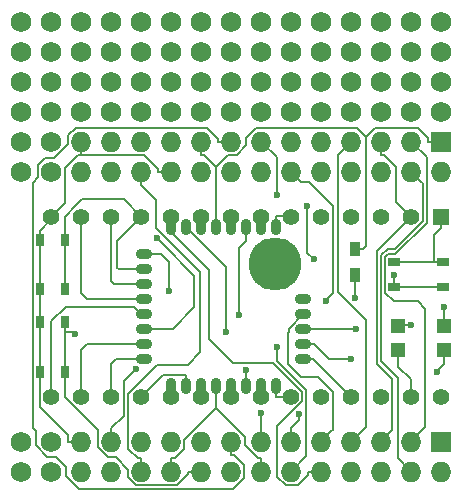
<source format=gtl>
G04 #@! TF.FileFunction,Copper,L1,Top,Signal*
%FSLAX46Y46*%
G04 Gerber Fmt 4.6, Leading zero omitted, Abs format (unit mm)*
G04 Created by KiCad (PCBNEW 4.0.2-stable) date 2016/05/22 12:46:19*
%MOMM*%
G01*
G04 APERTURE LIST*
%ADD10C,0.100000*%
%ADD11C,1.727200*%
%ADD12R,1.727200X1.727200*%
%ADD13O,1.727200X1.727200*%
%ADD14R,1.050000X0.650000*%
%ADD15R,0.650000X1.050000*%
%ADD16R,0.900000X1.200000*%
%ADD17R,1.397000X1.397000*%
%ADD18C,1.397000*%
%ADD19O,0.899160X1.400000*%
%ADD20O,0.900000X1.400000*%
%ADD21O,1.400000X0.900000*%
%ADD22O,1.400000X0.899160*%
%ADD23O,4.500000X4.500000*%
%ADD24R,1.198880X1.198880*%
%ADD25C,0.600000*%
%ADD26C,0.180000*%
G04 APERTURE END LIST*
D10*
D11*
X132080000Y-119126000D03*
X129540000Y-119126000D03*
X132080000Y-116586000D03*
X129540000Y-116586000D03*
X132080000Y-93726000D03*
X129540000Y-93726000D03*
X132080000Y-91186000D03*
X129540000Y-91186000D03*
X165100000Y-88646000D03*
X162560000Y-88646000D03*
X160020000Y-88646000D03*
X157480000Y-88646000D03*
X154940000Y-88646000D03*
X152400000Y-88646000D03*
X149860000Y-88646000D03*
X147320000Y-88646000D03*
X144780000Y-88646000D03*
X142240000Y-88646000D03*
X139700000Y-88646000D03*
X137160000Y-88646000D03*
X134620000Y-88646000D03*
X132080000Y-88646000D03*
X129540000Y-88646000D03*
X165100000Y-86106000D03*
X162560000Y-86106000D03*
X160020000Y-86106000D03*
X157480000Y-86106000D03*
X154940000Y-86106000D03*
X152400000Y-86106000D03*
X149860000Y-86106000D03*
X147320000Y-86106000D03*
X144780000Y-86106000D03*
X142240000Y-86106000D03*
X139700000Y-86106000D03*
X137160000Y-86106000D03*
X134620000Y-86106000D03*
X132080000Y-86106000D03*
X129540000Y-86106000D03*
X165100000Y-83566000D03*
X162560000Y-83566000D03*
X160020000Y-83566000D03*
X157480000Y-83566000D03*
X154940000Y-83566000D03*
X152400000Y-83566000D03*
X149860000Y-83566000D03*
X147320000Y-83566000D03*
X144780000Y-83566000D03*
X142240000Y-83566000D03*
X139700000Y-83566000D03*
X137160000Y-83566000D03*
X134620000Y-83566000D03*
X132080000Y-83566000D03*
X129540000Y-83566000D03*
X165100000Y-81026000D03*
X162560000Y-81026000D03*
X160020000Y-81026000D03*
X157480000Y-81026000D03*
X154940000Y-81026000D03*
X152400000Y-81026000D03*
X149860000Y-81026000D03*
X147320000Y-81026000D03*
X144780000Y-81026000D03*
X142240000Y-81026000D03*
X139700000Y-81026000D03*
X137160000Y-81026000D03*
X134620000Y-81026000D03*
X132080000Y-81026000D03*
D12*
X165100000Y-91186000D03*
D13*
X165100000Y-93726000D03*
X162560000Y-91186000D03*
X162560000Y-93726000D03*
X160020000Y-91186000D03*
X160020000Y-93726000D03*
X157480000Y-91186000D03*
X157480000Y-93726000D03*
X154940000Y-91186000D03*
X154940000Y-93726000D03*
X152400000Y-91186000D03*
X152400000Y-93726000D03*
X149860000Y-91186000D03*
X149860000Y-93726000D03*
X147320000Y-91186000D03*
X147320000Y-93726000D03*
X144780000Y-91186000D03*
X144780000Y-93726000D03*
X142240000Y-91186000D03*
X142240000Y-93726000D03*
X139700000Y-91186000D03*
X139700000Y-93726000D03*
X137160000Y-91186000D03*
X137160000Y-93726000D03*
X134620000Y-91186000D03*
X134620000Y-93726000D03*
D14*
X165277000Y-103530000D03*
X161127000Y-103530000D03*
X165277000Y-101380000D03*
X161127000Y-101380000D03*
D15*
X133248000Y-106503000D03*
X133248000Y-110653000D03*
X131098000Y-106503000D03*
X131098000Y-110653000D03*
D16*
X157798000Y-100310000D03*
X157798000Y-102510000D03*
D17*
X165100000Y-97536000D03*
D18*
X162560000Y-97536000D03*
X160020000Y-97536000D03*
X157480000Y-97536000D03*
X154940000Y-97536000D03*
X152400000Y-97536000D03*
X149860000Y-97536000D03*
X147320000Y-97536000D03*
X144780000Y-97536000D03*
X142240000Y-97536000D03*
X139700000Y-97536000D03*
X137160000Y-97536000D03*
X134620000Y-97536000D03*
X132080000Y-97536000D03*
X132080000Y-112776000D03*
X134620000Y-112776000D03*
X137160000Y-112776000D03*
X139700000Y-112776000D03*
X142240000Y-112776000D03*
X144780000Y-112776000D03*
X147320000Y-112776000D03*
X149860000Y-112776000D03*
X152400000Y-112776000D03*
X154940000Y-112776000D03*
X157480000Y-112776000D03*
X160020000Y-112776000D03*
X162560000Y-112776000D03*
X165100000Y-112776000D03*
D12*
X165100000Y-116586000D03*
D13*
X165100000Y-119126000D03*
X162560000Y-116586000D03*
X162560000Y-119126000D03*
X160020000Y-116586000D03*
X160020000Y-119126000D03*
X157480000Y-116586000D03*
X157480000Y-119126000D03*
X154940000Y-116586000D03*
X154940000Y-119126000D03*
X152400000Y-116586000D03*
X152400000Y-119126000D03*
X149860000Y-116586000D03*
X149860000Y-119126000D03*
X147320000Y-116586000D03*
X147320000Y-119126000D03*
X144780000Y-116586000D03*
X144780000Y-119126000D03*
X142240000Y-116586000D03*
X142240000Y-119126000D03*
X139700000Y-116586000D03*
X139700000Y-119126000D03*
X137160000Y-116586000D03*
X137160000Y-119126000D03*
X134620000Y-116586000D03*
X134620000Y-119126000D03*
D19*
X151130000Y-98419920D03*
X149860000Y-98419920D03*
X148590000Y-98419920D03*
X147320000Y-98419920D03*
D20*
X146050000Y-98419920D03*
X144780000Y-98419920D03*
X143510000Y-98419920D03*
X142240000Y-98419920D03*
D21*
X139948920Y-100711000D03*
X139948920Y-101981000D03*
X139948920Y-103251000D03*
X139948920Y-104521000D03*
X139948920Y-105791000D03*
X139948920Y-107061000D03*
X139948920Y-108331000D03*
X139948920Y-109601000D03*
D20*
X142240000Y-111889540D03*
X143510000Y-111889540D03*
X144780000Y-111889540D03*
X146050000Y-111889540D03*
X147320000Y-111889540D03*
X148590000Y-111889540D03*
X149860000Y-111889540D03*
X151130000Y-111889540D03*
D22*
X153418540Y-109601000D03*
D21*
X153418540Y-108331000D03*
X153418540Y-107061000D03*
X153418540Y-105791000D03*
X153418540Y-104521000D03*
D23*
X151000000Y-101571000D03*
D24*
X165354000Y-106773980D03*
X165354000Y-108872020D03*
X161480500Y-106773980D03*
X161480500Y-108872020D03*
D11*
X129540000Y-81026000D03*
D15*
X133248000Y-99518000D03*
X133248000Y-103668000D03*
X131098000Y-99518000D03*
X131098000Y-103668000D03*
D25*
X141018200Y-99347600D03*
X153733500Y-96647000D03*
X154305000Y-101155500D03*
X142049500Y-103822500D03*
X146875500Y-107314996D03*
X147955000Y-105854500D03*
X157797506Y-104457500D03*
X161127000Y-102510000D03*
X148590000Y-110490000D03*
X164719014Y-110680500D03*
X157480000Y-109601000D03*
X157860998Y-107061000D03*
X153088400Y-114209200D03*
X151193500Y-95694496D03*
X149860000Y-114197900D03*
X151205007Y-108561458D03*
X155321000Y-104648000D03*
X139238600Y-110441900D03*
X165354000Y-105156000D03*
X162560000Y-106743500D03*
X134052400Y-107485000D03*
D26*
X144208500Y-105219500D02*
X142367000Y-107061000D01*
X142367000Y-107061000D02*
X139948920Y-107061000D01*
X144208500Y-102552500D02*
X144208500Y-105219500D01*
X141539600Y-99883600D02*
X144208500Y-102552500D01*
X141539600Y-99869000D02*
X141539600Y-99883600D01*
X159671100Y-104794902D02*
X159671100Y-110017850D01*
X162560000Y-97536000D02*
X159671977Y-100424023D01*
X159671977Y-102406475D02*
X159681001Y-102415499D01*
X159671977Y-104794025D02*
X159671100Y-104794902D01*
X160969900Y-111316650D02*
X160969900Y-115636100D01*
X159681001Y-102714301D02*
X159671977Y-102723325D01*
X159681001Y-102415499D02*
X159681001Y-102714301D01*
X160969900Y-115636100D02*
X160883599Y-115722401D01*
X160883599Y-115722401D02*
X160020000Y-116586000D01*
X159671977Y-100424023D02*
X159671977Y-102406475D01*
X159671100Y-110017850D02*
X160969900Y-111316650D01*
X159671977Y-102723325D02*
X159671977Y-104794025D01*
X141539600Y-99869000D02*
X141018200Y-99347600D01*
X160020000Y-91186000D02*
X160020000Y-92299900D01*
X161290000Y-96266000D02*
X162560000Y-97536000D01*
X161290000Y-93339100D02*
X161290000Y-96266000D01*
X160250800Y-92299900D02*
X161290000Y-93339100D01*
X160020000Y-92299900D02*
X160250800Y-92299900D01*
X139948920Y-100711000D02*
X141414500Y-100711000D01*
X153733500Y-100584000D02*
X153733500Y-96647000D01*
X154305000Y-101155500D02*
X153733500Y-100584000D01*
X142049500Y-101346000D02*
X142049500Y-103822500D01*
X141414500Y-100711000D02*
X142049500Y-101346000D01*
X146875500Y-101785400D02*
X146875500Y-106890732D01*
X146875500Y-106890732D02*
X146875500Y-107314996D01*
X143510000Y-98419900D02*
X146875500Y-101785400D01*
X147955000Y-100203000D02*
X148590000Y-99568000D01*
X148590000Y-99568000D02*
X148590000Y-98419920D01*
X147955000Y-105854500D02*
X147955000Y-100203000D01*
X154628300Y-97536000D02*
X154940000Y-97536000D01*
X147320000Y-98419900D02*
X147320000Y-97536000D01*
X144780000Y-98419900D02*
X144780000Y-97536000D01*
X142240000Y-97536000D02*
X142240000Y-98869500D01*
X147447000Y-109918500D02*
X150899200Y-109918500D01*
X142240000Y-98869500D02*
X145415000Y-102044500D01*
X152985300Y-120245300D02*
X153826100Y-119404500D01*
X145415000Y-102044500D02*
X145415000Y-107886500D01*
X145415000Y-107886500D02*
X147447000Y-109918500D01*
X150899200Y-109918500D02*
X153352700Y-112372000D01*
X153352700Y-112372000D02*
X153352700Y-113166700D01*
X153352700Y-113166700D02*
X151238200Y-115281200D01*
X151238200Y-115281200D02*
X151238200Y-119554500D01*
X151238200Y-119554500D02*
X151929000Y-120245300D01*
X153826100Y-119404500D02*
X153826100Y-119126000D01*
X151929000Y-120245300D02*
X152985300Y-120245300D01*
X153826100Y-119126000D02*
X154940000Y-119126000D01*
X139700000Y-97536000D02*
X137668000Y-99568000D01*
X137668000Y-99568000D02*
X137668000Y-101854000D01*
X137668000Y-101854000D02*
X137795000Y-101981000D01*
X137795000Y-101981000D02*
X139948920Y-101981000D01*
X138239500Y-96075500D02*
X134705200Y-96075500D01*
X134705200Y-96075500D02*
X134200100Y-96580600D01*
X139700000Y-97536000D02*
X138239500Y-96075500D01*
X133248000Y-97532700D02*
X133248000Y-99518000D01*
X134200100Y-96580600D02*
X133248000Y-97532700D01*
X133248000Y-99518000D02*
X133248000Y-103668000D01*
X137160000Y-97536000D02*
X137160000Y-102997000D01*
X137160000Y-102997000D02*
X137414000Y-103251000D01*
X137414000Y-103251000D02*
X139948900Y-103251000D01*
X139948900Y-104521000D02*
X135128000Y-104521000D01*
X135128000Y-104521000D02*
X134620000Y-104013000D01*
X134620000Y-104013000D02*
X134620000Y-97536000D01*
X132080000Y-112776000D02*
X132080000Y-106370998D01*
X132080000Y-106370998D02*
X133289998Y-105161000D01*
X133289998Y-105161000D02*
X139068920Y-105161000D01*
X139068920Y-105161000D02*
X139698920Y-105791000D01*
X139698920Y-105791000D02*
X139948920Y-105791000D01*
X134620000Y-108839000D02*
X135128000Y-108331000D01*
X135128000Y-108331000D02*
X139948920Y-108331000D01*
X134620000Y-112776000D02*
X134620000Y-108839000D01*
X139948900Y-108331000D02*
X138998600Y-108331000D01*
X139948900Y-109601000D02*
X137601600Y-109601000D01*
X137160000Y-110042600D02*
X137160000Y-112776000D01*
X137601600Y-109601000D02*
X137160000Y-110042600D01*
X141536800Y-110939200D02*
X139700000Y-112776000D01*
X143510000Y-110939200D02*
X141536800Y-110939200D01*
X143510000Y-111889500D02*
X143510000Y-110939200D01*
X162560000Y-91186000D02*
X163897000Y-92523000D01*
X160351999Y-102124801D02*
X160361023Y-102133825D01*
X163897000Y-92523000D02*
X163897000Y-98038400D01*
X160351999Y-100951001D02*
X160351999Y-102124801D01*
X163897000Y-98038400D02*
X161218000Y-100717400D01*
X161218000Y-100717400D02*
X160585600Y-100717400D01*
X160585600Y-100717400D02*
X160351999Y-100951001D01*
X163131500Y-104711500D02*
X163766500Y-105346500D01*
X160361023Y-102133825D02*
X160361023Y-102995975D01*
X160361023Y-102995975D02*
X160351999Y-103004999D01*
X163766500Y-105346500D02*
X163766500Y-115379500D01*
X163423599Y-115722401D02*
X162560000Y-116586000D01*
X160351999Y-103004999D02*
X160351999Y-103966301D01*
X160351999Y-103966301D02*
X161097198Y-104711500D01*
X161097198Y-104711500D02*
X163131500Y-104711500D01*
X163766500Y-115379500D02*
X163423599Y-115722401D01*
X142240000Y-111889500D02*
X142240000Y-112776000D01*
X144780000Y-111889500D02*
X144780000Y-112776000D01*
X157798000Y-104457006D02*
X157797506Y-104457500D01*
X157798000Y-102510000D02*
X157798000Y-104457006D01*
X147320000Y-111889500D02*
X147320000Y-112776000D01*
X161127000Y-103530000D02*
X161127000Y-102510000D01*
X165277000Y-103530000D02*
X164501700Y-103530000D01*
X161127000Y-103530000D02*
X164501700Y-103530000D01*
X149860000Y-111889500D02*
X149860000Y-112776000D01*
X152336200Y-112839800D02*
X152400000Y-112776000D01*
X151130000Y-112839800D02*
X152336200Y-112839800D01*
X151130000Y-111889500D02*
X151130000Y-112839800D01*
X148590000Y-111889500D02*
X148590000Y-110490000D01*
X153418500Y-109601000D02*
X154368900Y-109601000D01*
X154368900Y-109664900D02*
X157480000Y-112776000D01*
X154368900Y-109601000D02*
X154368900Y-109664900D01*
X165354000Y-108872020D02*
X165354000Y-110045514D01*
X165019013Y-110380501D02*
X164719014Y-110680500D01*
X165354000Y-110045514D02*
X165019013Y-110380501D01*
X165354000Y-108872000D02*
X165354000Y-109473998D01*
X155568540Y-109601000D02*
X157480000Y-109601000D01*
X153418540Y-108331000D02*
X154298540Y-108331000D01*
X154298540Y-108331000D02*
X155568540Y-109601000D01*
X161480500Y-110236000D02*
X162560000Y-111315500D01*
X162560000Y-111315500D02*
X162560000Y-112776000D01*
X161480500Y-108872020D02*
X161480500Y-110236000D01*
X153418500Y-107061000D02*
X157860998Y-107061000D01*
X144780000Y-91186000D02*
X144780000Y-92299900D01*
X165100000Y-91186000D02*
X163986100Y-91186000D01*
X157798000Y-100310000D02*
X158498300Y-100310000D01*
X159493100Y-90072000D02*
X158750000Y-90815100D01*
X163150600Y-90072000D02*
X159493100Y-90072000D01*
X163986100Y-90907500D02*
X163150600Y-90072000D01*
X163986100Y-91186000D02*
X163986100Y-90907500D01*
X158750000Y-100058300D02*
X158498300Y-100310000D01*
X158750000Y-90815100D02*
X158750000Y-100058300D01*
X158006900Y-90072000D02*
X158750000Y-90815100D01*
X149392900Y-90072000D02*
X158006900Y-90072000D01*
X148590000Y-90874900D02*
X149392900Y-90072000D01*
X148590000Y-91499500D02*
X148590000Y-90874900D01*
X147789500Y-92300000D02*
X148590000Y-91499500D01*
X147089100Y-92300000D02*
X147789500Y-92300000D01*
X146050000Y-93339100D02*
X147089100Y-92300000D01*
X146050000Y-98419900D02*
X146050000Y-93339100D01*
X145010800Y-92299900D02*
X144780000Y-92299900D01*
X146050000Y-93339100D02*
X145010800Y-92299900D01*
X157480000Y-116586000D02*
X158750000Y-115316000D01*
X156616401Y-92049599D02*
X157480000Y-91186000D01*
X158750000Y-106287504D02*
X156366000Y-103903504D01*
X156366000Y-92300000D02*
X156616401Y-92049599D01*
X158750000Y-115316000D02*
X158750000Y-106287504D01*
X156366000Y-103903504D02*
X156366000Y-92300000D01*
X152400000Y-116586000D02*
X152400000Y-115472100D01*
X153088400Y-114783700D02*
X153088400Y-114209200D01*
X152400000Y-115472100D02*
X153088400Y-114783700D01*
X151193500Y-95270232D02*
X151193500Y-95694496D01*
X149860000Y-91186000D02*
X151193500Y-92519500D01*
X151193500Y-92519500D02*
X151193500Y-95270232D01*
X149860000Y-116586000D02*
X149860000Y-114197900D01*
X147320000Y-91186000D02*
X146206100Y-91186000D01*
X147550800Y-117699900D02*
X147320000Y-117699900D01*
X148442800Y-118591900D02*
X147550800Y-117699900D01*
X148442800Y-119642200D02*
X148442800Y-118591900D01*
X147487800Y-120597200D02*
X148442800Y-119642200D01*
X134470400Y-120597200D02*
X147487800Y-120597200D01*
X133336000Y-119462800D02*
X134470400Y-120597200D01*
X133336000Y-118726300D02*
X133336000Y-119462800D01*
X132465700Y-117856000D02*
X133336000Y-118726300D01*
X131764400Y-117856000D02*
X132465700Y-117856000D01*
X130757600Y-116849200D02*
X131764400Y-117856000D01*
X130757600Y-115707000D02*
X130757600Y-116849200D01*
X130502400Y-115451800D02*
X130757600Y-115707000D01*
X130502400Y-94651000D02*
X130502400Y-115451800D01*
X130966100Y-94187300D02*
X130502400Y-94651000D01*
X130966100Y-93192500D02*
X130966100Y-94187300D01*
X131582200Y-92576400D02*
X130966100Y-93192500D01*
X132345300Y-92576400D02*
X131582200Y-92576400D01*
X133506100Y-91415600D02*
X132345300Y-92576400D01*
X133506100Y-90665700D02*
X133506100Y-91415600D01*
X134162100Y-90009700D02*
X133506100Y-90665700D01*
X145260600Y-90009700D02*
X134162100Y-90009700D01*
X146206100Y-90955200D02*
X145260600Y-90009700D01*
X146206100Y-91186000D02*
X146206100Y-90955200D01*
X147320000Y-116586000D02*
X147320000Y-117699900D01*
X139700000Y-93726000D02*
X139700000Y-94839900D01*
X139700000Y-94839900D02*
X140970100Y-96110000D01*
X140970100Y-96110000D02*
X140970100Y-98521200D01*
X140970100Y-98521200D02*
X144716500Y-102267600D01*
X138583900Y-112533300D02*
X138583900Y-117174500D01*
X138583900Y-117174500D02*
X139421500Y-118012100D01*
X144716500Y-102267600D02*
X144716500Y-109029500D01*
X144716500Y-109029500D02*
X143637000Y-110109000D01*
X143637000Y-110109000D02*
X141008200Y-110109000D01*
X141008200Y-110109000D02*
X138583900Y-112533300D01*
X139421500Y-118012100D02*
X139700000Y-118012100D01*
X139700000Y-118012100D02*
X139700000Y-119126000D01*
X151205007Y-108985722D02*
X151205007Y-108561458D01*
X153693100Y-112231000D02*
X151205007Y-109742907D01*
X153693100Y-117832900D02*
X153693100Y-112231000D01*
X152400000Y-119126000D02*
X153693100Y-117832900D01*
X151205007Y-109742907D02*
X151205007Y-108985722D01*
X153886021Y-94589599D02*
X155938499Y-96642077D01*
X152400000Y-93726000D02*
X153263599Y-94589599D01*
X155938499Y-104030501D02*
X155620999Y-104348001D01*
X155620999Y-104348001D02*
X155321000Y-104648000D01*
X155938499Y-96642077D02*
X155938499Y-104030501D01*
X153263599Y-94589599D02*
X153886021Y-94589599D01*
X164501700Y-99083100D02*
X164501700Y-101380000D01*
X165100000Y-97536000D02*
X165100000Y-98484800D01*
X165100000Y-98484800D02*
X164501700Y-99083100D01*
X153418500Y-105791000D02*
X152188002Y-107021498D01*
X152098300Y-107414704D02*
X152098300Y-110035900D01*
X152188002Y-107325002D02*
X152098300Y-107414704D01*
X153198600Y-111136200D02*
X154645000Y-111136200D01*
X154645000Y-111136200D02*
X155917100Y-112408300D01*
X155803599Y-115722401D02*
X154940000Y-116586000D01*
X155917100Y-115608900D02*
X155803599Y-115722401D01*
X155917100Y-112408300D02*
X155917100Y-115608900D01*
X152098300Y-110035900D02*
X153198600Y-111136200D01*
X152188002Y-107021498D02*
X152188002Y-107325002D01*
X131098000Y-103668000D02*
X131098000Y-106503000D01*
X131098000Y-106503000D02*
X131098000Y-110653000D01*
X134620000Y-116586000D02*
X133506100Y-116586000D01*
X133506100Y-116040200D02*
X133506100Y-116586000D01*
X131098000Y-113632100D02*
X133506100Y-116040200D01*
X131098000Y-111428300D02*
X131098000Y-113632100D01*
X131098000Y-110653000D02*
X131098000Y-111428300D01*
X134389200Y-92299900D02*
X134620000Y-92299900D01*
X133229600Y-93459500D02*
X134389200Y-92299900D01*
X133229600Y-96386400D02*
X133229600Y-93459500D01*
X132080000Y-97536000D02*
X133229600Y-96386400D01*
X142240000Y-119126000D02*
X142240000Y-118012100D01*
X143353900Y-116412600D02*
X146038000Y-113728500D01*
X143353900Y-117176800D02*
X143353900Y-116412600D01*
X142518600Y-118012100D02*
X143353900Y-117176800D01*
X142240000Y-118012100D02*
X142518600Y-118012100D01*
X146050000Y-113716500D02*
X146050000Y-111889500D01*
X146038000Y-113728500D02*
X146050000Y-113716500D01*
X149629200Y-118012100D02*
X149860000Y-118012100D01*
X148469600Y-116852500D02*
X149629200Y-118012100D01*
X148469600Y-116160100D02*
X148469600Y-116852500D01*
X146038000Y-113728500D02*
X148469600Y-116160100D01*
X149860000Y-119126000D02*
X149860000Y-118012100D01*
X165277000Y-101380000D02*
X164501700Y-101380000D01*
X161127000Y-101380000D02*
X164501700Y-101380000D01*
X131098000Y-99518000D02*
X131098000Y-103668000D01*
X132080000Y-97760700D02*
X132080000Y-97536000D01*
X131098000Y-98742700D02*
X132080000Y-97760700D01*
X131098000Y-99518000D02*
X131098000Y-98742700D01*
X134620000Y-91186000D02*
X134620000Y-92214800D01*
X134620000Y-92214800D02*
X134620000Y-92299900D01*
X141126100Y-93495200D02*
X141126100Y-93726000D01*
X139930800Y-92299900D02*
X141126100Y-93495200D01*
X134620000Y-92299900D02*
X139930800Y-92299900D01*
X142240000Y-93726000D02*
X141126100Y-93726000D01*
X149860000Y-98419900D02*
X149860000Y-97536000D01*
X137160000Y-116586000D02*
X137160000Y-115472100D01*
X138243500Y-111437000D02*
X139238600Y-110441900D01*
X138243500Y-114388600D02*
X138243500Y-111437000D01*
X137160000Y-115472100D02*
X138243500Y-114388600D01*
X152333500Y-97469500D02*
X152400000Y-97536000D01*
X151130000Y-97469500D02*
X152333500Y-97469500D01*
X151130000Y-98419900D02*
X151130000Y-97469500D01*
X160021012Y-102274662D02*
X160011988Y-102265638D01*
X160011400Y-104935450D02*
X160011988Y-104934862D01*
X160011400Y-109794839D02*
X160011400Y-104935450D01*
X161446100Y-118012100D02*
X161446100Y-111229539D01*
X160011988Y-104934862D02*
X160011988Y-102864162D01*
X160021012Y-102855138D02*
X160021012Y-102274662D01*
X163515800Y-94681800D02*
X163423599Y-94589599D01*
X161446100Y-111229539D02*
X160011400Y-109794839D01*
X160011988Y-102265638D02*
X160011988Y-100809712D01*
X163515800Y-97929900D02*
X163515800Y-94681800D01*
X160565000Y-100256700D02*
X161189000Y-100256700D01*
X161189000Y-100256700D02*
X163515800Y-97929900D01*
X160011988Y-100809712D02*
X160565000Y-100256700D01*
X162560000Y-119126000D02*
X161446100Y-118012100D01*
X160011988Y-102864162D02*
X160021012Y-102855138D01*
X163423599Y-94589599D02*
X162560000Y-93726000D01*
X165354000Y-106773980D02*
X165354000Y-105156000D01*
X161480500Y-106743500D02*
X162560000Y-106743500D01*
X144780000Y-119126000D02*
X143666100Y-119126000D01*
X133248000Y-106503000D02*
X133248000Y-107278300D01*
X133845700Y-107278300D02*
X134052400Y-107485000D01*
X133248000Y-107278300D02*
X133845700Y-107278300D01*
X133248000Y-112811100D02*
X133248000Y-110653000D01*
X136046000Y-115609100D02*
X133248000Y-112811100D01*
X136046000Y-117055500D02*
X136046000Y-115609100D01*
X136913600Y-117923100D02*
X136046000Y-117055500D01*
X137534600Y-117923100D02*
X136913600Y-117923100D01*
X138584100Y-118972600D02*
X137534600Y-117923100D01*
X138584100Y-119606400D02*
X138584100Y-118972600D01*
X139234500Y-120256800D02*
X138584100Y-119606400D01*
X142766100Y-120256800D02*
X139234500Y-120256800D01*
X143666100Y-119356800D02*
X142766100Y-120256800D01*
X143666100Y-119126000D02*
X143666100Y-119356800D01*
X133248000Y-110653000D02*
X133248000Y-107278300D01*
M02*

</source>
